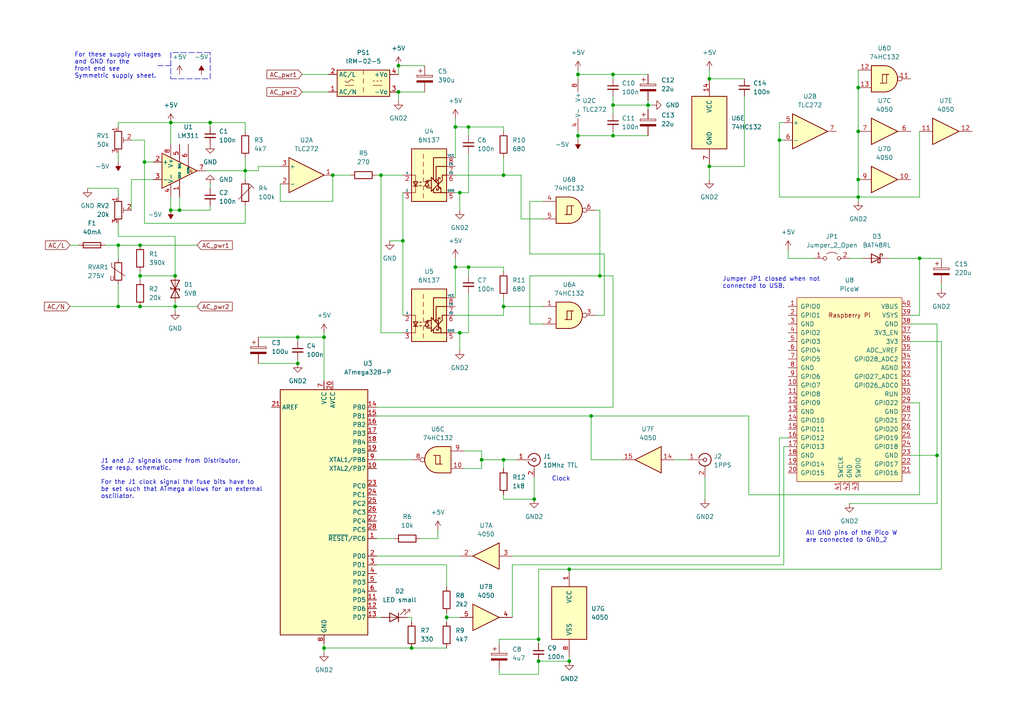
<source format=kicad_sch>
(kicad_sch (version 20211123) (generator eeschema)
  (paper "A4")
  (title_block (title "Counter ATmega 328p v1"))
  (lib_symbols
    (symbol "+5V_1" (power) (pin_names (offset 0)) (in_bom no)
      (property "Value" "+5V_1" (at 0 5.08 0))
      (symbol "+5V_1_1_1"
        (pin power_in line (at 0 0 90) (length 0) hide (name "+5V") (number "1"))
      )
    )
    (symbol "4xxx:4050" (pin_names (offset 1.016))
      (property "Reference" "U" (at 0 1.27 0))
      (property "Value" "4050" (at 0 -1.27 0))
      (symbol "4050_1_0"
        (pin output line (at 7.62 0 180) (length 3.81) (name "~") (number "2"))
        (pin input line (at -7.62 0 0) (length 3.81) (name "~") (number "3"))
      )
      (symbol "4050_2_0"
        (pin output line (at 7.62 0 180) (length 3.81) (name "~") (number "4"))
        (pin input line (at -7.62 0 0) (length 3.81) (name "~") (number "5"))
      )
      (symbol "4050_3_0"
        (pin output line (at 7.62 0 180) (length 3.81) (name "~") (number "6"))
        (pin input line (at -7.62 0 0) (length 3.81) (name "~") (number "7"))
      )
      (symbol "4050_4_0"
        (pin output line (at 7.62 0 180) (length 3.81) (name "~") (number "10"))
        (pin input line (at -7.62 0 0) (length 3.81) (name "~") (number "9"))
      )
      (symbol "4050_5_0"
        (pin input line (at -7.62 0 0) (length 3.81) (name "~") (number "11"))
        (pin output line (at 7.62 0 180) (length 3.81) (name "~") (number "12"))
      )
      (symbol "4050_6_0"
        (pin input line (at -7.62 0 0) (length 3.81) (name "~") (number "14"))
        (pin output line (at 7.62 0 180) (length 3.81) (name "~") (number "15"))
      )
      (symbol "4050_7_0"
        (pin power_in line (at 0 12.7 270) (length 5.08) (name "VCC") (number "1"))
        (pin power_in line (at 0 -12.7 90) (length 5.08) (name "VSS") (number "8"))
      )
    )
    (symbol "74xx:74LS132" (pin_names (offset 1.016))
      (property "Reference" "U" (at 0 1.27 0))
      (property "Value" "74LS132" (at 0 -1.27 0))
      (symbol "74LS132_1_1"
        (pin input line (at -7.62 2.54 0) (length 3.81) (name "~") (number "1"))
        (pin input line (at -7.62 -2.54 0) (length 3.81) (name "~") (number "2"))
        (pin output inverted (at 7.62 0 180) (length 3.81) (name "~") (number "3"))
      )
      (symbol "74LS132_1_2"
        (pin input inverted (at -7.62 2.54 0) (length 4.318) (name "~") (number "1"))
        (pin input inverted (at -7.62 -2.54 0) (length 4.318) (name "~") (number "2"))
        (pin output line (at 7.62 0 180) (length 3.81) (name "~") (number "3"))
      )
      (symbol "74LS132_2_1"
        (pin input line (at -7.62 2.54 0) (length 3.81) (name "~") (number "4"))
        (pin input line (at -7.62 -2.54 0) (length 3.81) (name "~") (number "5"))
        (pin output inverted (at 7.62 0 180) (length 3.81) (name "~") (number "6"))
      )
      (symbol "74LS132_2_2"
        (pin input inverted (at -7.62 2.54 0) (length 4.318) (name "~") (number "4"))
        (pin input inverted (at -7.62 -2.54 0) (length 4.318) (name "~") (number "5"))
        (pin output line (at 7.62 0 180) (length 3.81) (name "~") (number "6"))
      )
      (symbol "74LS132_3_1"
        (pin input line (at -7.62 -2.54 0) (length 3.81) (name "~") (number "10"))
        (pin output inverted (at 7.62 0 180) (length 3.81) (name "~") (number "8"))
        (pin input line (at -7.62 2.54 0) (length 3.81) (name "~") (number "9"))
      )
      (symbol "74LS132_3_2"
        (pin input inverted (at -7.62 -2.54 0) (length 4.318) (name "~") (number "10"))
        (pin output line (at 7.62 0 180) (length 3.81) (name "~") (number "8"))
        (pin input inverted (at -7.62 2.54 0) (length 4.318) (name "~") (number "9"))
      )
      (symbol "74LS132_4_1"
        (pin output inverted (at 7.62 0 180) (length 3.81) (name "~") (number "11"))
        (pin input line (at -7.62 2.54 0) (length 3.81) (name "~") (number "12"))
        (pin input line (at -7.62 -2.54 0) (length 3.81) (name "~") (number "13"))
      )
      (symbol "74LS132_4_2"
        (pin output line (at 7.62 0 180) (length 3.81) (name "~") (number "11"))
        (pin input inverted (at -7.62 2.54 0) (length 4.318) (name "~") (number "12"))
        (pin input inverted (at -7.62 -2.54 0) (length 4.318) (name "~") (number "13"))
      )
      (symbol "74LS132_5_0"
        (pin power_in line (at 0 12.7 270) (length 5.08) (name "VCC") (number "14"))
        (pin power_in line (at 0 -12.7 90) (length 5.08) (name "GND") (number "7"))
      )
    )
    (symbol "Amplifier_Operational:TLC272" (pin_names (offset 0.127))
      (property "Reference" "U" (at 0 5.08 0))
      (property "Value" "TLC272" (at 0 -5.08 0))
      (symbol "TLC272_1_1"
        (pin output line (at 7.62 0 180) (length 2.54) (name "~") (number "1"))
        (pin input line (at -7.62 -2.54 0) (length 2.54) (name "-") (number "2"))
        (pin input line (at -7.62 2.54 0) (length 2.54) (name "+") (number "3"))
      )
      (symbol "TLC272_2_1"
        (pin input line (at -7.62 2.54 0) (length 2.54) (name "+") (number "5"))
        (pin input line (at -7.62 -2.54 0) (length 2.54) (name "-") (number "6"))
        (pin output line (at 7.62 0 180) (length 2.54) (name "~") (number "7"))
      )
      (symbol "TLC272_3_1"
        (pin power_in line (at -2.54 -7.62 90) (length 3.81) (name "V-") (number "4"))
        (pin power_in line (at -2.54 7.62 270) (length 3.81) (name "V+") (number "8"))
      )
    )
    (symbol "Comparator:LM311" (pin_names (offset 0.127))
      (property "Reference" "U" (at 3.81 6.35 0))
      (property "Value" "LM311" (at 3.81 3.81 0))
      (symbol "LM311_1_1"
        (pin passive line (at 0 -7.62 90) (length 5.08) (name "GND") (number "1"))
        (pin input line (at -7.62 2.54 0) (length 2.54) (name "+") (number "2"))
        (pin input line (at -7.62 -2.54 0) (length 2.54) (name "-") (number "3"))
        (pin power_in line (at -2.54 -7.62 90) (length 3.81) (name "V-") (number "4"))
        (pin input line (at 0 7.62 270) (length 5.08) (name "BAL") (number "5"))
        (pin input line (at 2.54 7.62 270) (length 6.35) (name "STRB") (number "6"))
        (pin open_collector line (at 7.62 0 180) (length 2.54) (name "~") (number "7"))
        (pin power_in line (at -2.54 7.62 270) (length 3.81) (name "V+") (number "8"))
      )
    )
    (symbol "Connector:Conn_Coaxial" (pin_names (offset 1.016) hide)
      (property "Reference" "J" (at 0.254 3.048 0))
      (property "Value" "Conn_Coaxial" (at 2.921 0 90))
      (symbol "Conn_Coaxial_1_1"
        (pin passive line (at -5.08 0 0) (length 2.54) (name "In") (number "1"))
        (pin passive line (at 0 -5.08 90) (length 2.54) (name "Ext") (number "2"))
      )
    )
    (symbol "Converter_ACDC:IRM-02-5"
      (property "Reference" "PS" (at 0 5.08 0))
      (property "Value" "IRM-02-5" (at 0 -5.08 0))
      (symbol "IRM-02-5_1_1"
        (pin power_in line (at -10.16 -2.54 0) (length 2.54) (name "AC/N") (number "1"))
        (pin power_in line (at -10.16 2.54 0) (length 2.54) (name "AC/L") (number "2"))
        (pin power_out line (at 10.16 -2.54 180) (length 2.54) (name "-Vo") (number "3"))
        (pin power_out line (at 10.16 2.54 180) (length 2.54) (name "+Vo") (number "4"))
      )
    )
    (symbol "Device:C_Polarized" (pin_numbers hide) (pin_names (offset 0.254))
      (property "Reference" "C" (at 0.635 2.54 0))
      (property "Value" "C_Polarized" (at 0.635 -2.54 0))
      (symbol "C_Polarized_1_1"
        (pin passive line (at 0 3.81 270) (length 2.794) (name "~") (number "1"))
        (pin passive line (at 0 -3.81 90) (length 2.794) (name "~") (number "2"))
      )
    )
    (symbol "Device:C_Small" (pin_numbers hide) (pin_names (offset 0.254) hide)
      (property "Reference" "C" (at 0.254 1.778 0))
      (property "Value" "C_Small" (at 0.254 -2.032 0))
      (symbol "C_Small_1_1"
        (pin passive line (at 0 2.54 270) (length 2.032) (name "~") (number "1"))
        (pin passive line (at 0 -2.54 90) (length 2.032) (name "~") (number "2"))
      )
    )
    (symbol "Device:D_TVS" (pin_numbers hide) (pin_names (offset 1.016) hide)
      (property "Reference" "D" (at 0 2.54 0))
      (property "Value" "D_TVS" (at 0 -2.54 0))
      (symbol "D_TVS_1_1"
        (pin passive line (at -3.81 0 0) (length 2.54) (name "A1") (number "1"))
        (pin passive line (at 3.81 0 180) (length 2.54) (name "A2") (number "2"))
      )
    )
    (symbol "Device:Fuse" (pin_numbers hide) (pin_names (offset 0))
      (property "Reference" "F" (at 2.032 0 90))
      (property "Value" "Fuse" (at -1.905 0 90))
      (symbol "Fuse_1_1"
        (pin passive line (at 0 3.81 270) (length 1.27) (name "~") (number "1"))
        (pin passive line (at 0 -3.81 90) (length 1.27) (name "~") (number "2"))
      )
    )
    (symbol "Device:LED" (pin_numbers hide) (pin_names (offset 1.016) hide)
      (property "Reference" "D" (at 0 2.54 0))
      (property "Value" "LED" (at 0 -2.54 0))
      (symbol "LED_1_1"
        (pin passive line (at -3.81 0 0) (length 2.54) (name "K") (number "1"))
        (pin passive line (at 3.81 0 180) (length 2.54) (name "A") (number "2"))
      )
    )
    (symbol "Device:R" (pin_numbers hide) (pin_names (offset 0))
      (property "Reference" "R" (at 2.032 0 90))
      (property "Value" "R" (at 0 0 90))
      (symbol "R_1_1"
        (pin passive line (at 0 3.81 270) (length 1.27) (name "~") (number "1"))
        (pin passive line (at 0 -3.81 90) (length 1.27) (name "~") (number "2"))
      )
    )
    (symbol "Device:R_Potentiometer_Trim" (pin_names (offset 1.016) hide)
      (property "Reference" "RV" (at -4.445 0 90))
      (property "Value" "R_Potentiometer_Trim" (at -2.54 0 90))
      (symbol "R_Potentiometer_Trim_1_1"
        (pin passive line (at 0 3.81 270) (length 1.27) (name "1") (number "1"))
        (pin passive line (at 3.81 0 180) (length 1.27) (name "2") (number "2"))
        (pin passive line (at 0 -3.81 90) (length 1.27) (name "3") (number "3"))
      )
    )
    (symbol "Device:R_Trim" (pin_numbers hide) (pin_names (offset 0))
      (property "Reference" "R" (at 2.54 -2.54 90))
      (property "Value" "R_Trim" (at -2.54 -0.635 90))
      (symbol "R_Trim_1_1"
        (pin passive line (at 0 3.81 270) (length 1.27) (name "~") (number "1"))
        (pin passive line (at 0 -3.81 90) (length 1.27) (name "~") (number "2"))
      )
    )
    (symbol "Device:Varistor" (pin_numbers hide) (pin_names (offset 0))
      (property "Reference" "RV" (at 3.175 0 90))
      (property "Value" "Varistor" (at -3.175 0 90))
      (symbol "Varistor_0_0"
        (text "U" (at -1.778 -2.032 0) (effects (font (size 1.27 1.27))))
      )
      (symbol "Varistor_1_1"
        (pin passive line (at 0 3.81 270) (length 1.27) (name "~") (number "1"))
        (pin passive line (at 0 -3.81 90) (length 1.27) (name "~") (number "2"))
      )
    )
    (symbol "Diode:BAT48RL" (pin_numbers hide) (pin_names (offset 1.016) hide)
      (property "Reference" "D" (at 0 2.54 0))
      (property "Value" "BAT48RL" (at 0 -2.54 0))
      (symbol "BAT48RL_1_1"
        (pin passive line (at -3.81 0 0) (length 2.54) (name "K") (number "1"))
        (pin passive line (at 3.81 0 180) (length 2.54) (name "A") (number "2"))
      )
    )
    (symbol "Isolator:6N137" (pin_names (offset 0))
      (property "Reference" "U" (at -4.064 8.89 0))
      (property "Value" "6N137" (at 0 -8.89 0))
      (symbol "6N137_1_1"
        (pin no_connect line (at -5.08 5.08 0) (length 2.54) hide (name "NC") (number "1"))
        (pin passive line (at -7.62 0 0) (length 2.54) (name "A") (number "2"))
        (pin passive line (at -7.62 -5.08 0) (length 2.54) (name "C") (number "3"))
        (pin power_in line (at 7.62 -5.08 180) (length 2.54) (name "GND") (number "5"))
        (pin open_collector line (at 7.62 0 180) (length 2.54) (name "VO") (number "6"))
        (pin input line (at 7.62 2.54 180) (length 2.54) (name "EN") (number "7"))
        (pin power_in line (at 7.62 5.08 180) (length 2.54) (name "VCC") (number "8"))
      )
    )
    (symbol "Jumper:Jumper_2_Open" (pin_names (offset 0) hide)
      (property "Reference" "JP" (at 0 2.794 0))
      (property "Value" "Jumper_2_Open" (at 0 -2.286 0))
      (symbol "Jumper_2_Open_1_1"
        (pin passive line (at -5.08 0 0) (length 2.54) (name "A") (number "1"))
        (pin passive line (at 5.08 0 180) (length 2.54) (name "B") (number "2"))
      )
    )
    (symbol "MCU_Microchip_ATmega:ATmega328-P"
      (property "Reference" "U" (at -12.7 36.83 0))
      (property "Value" "ATmega328-P" (at 2.54 -36.83 0))
      (symbol "ATmega328-P_1_1"
        (pin bidirectional line (at 15.24 -7.62 180) (length 2.54) (name "~{RESET}/PC6") (number "1"))
        (pin bidirectional line (at 15.24 12.7 180) (length 2.54) (name "XTAL2/PB7") (number "10"))
        (pin bidirectional line (at 15.24 -25.4 180) (length 2.54) (name "PD5") (number "11"))
        (pin bidirectional line (at 15.24 -27.94 180) (length 2.54) (name "PD6") (number "12"))
        (pin bidirectional line (at 15.24 -30.48 180) (length 2.54) (name "PD7") (number "13"))
        (pin bidirectional line (at 15.24 30.48 180) (length 2.54) (name "PB0") (number "14"))
        (pin bidirectional line (at 15.24 27.94 180) (length 2.54) (name "PB1") (number "15"))
        (pin bidirectional line (at 15.24 25.4 180) (length 2.54) (name "PB2") (number "16"))
        (pin bidirectional line (at 15.24 22.86 180) (length 2.54) (name "PB3") (number "17"))
        (pin bidirectional line (at 15.24 20.32 180) (length 2.54) (name "PB4") (number "18"))
        (pin bidirectional line (at 15.24 17.78 180) (length 2.54) (name "PB5") (number "19"))
        (pin bidirectional line (at 15.24 -12.7 180) (length 2.54) (name "PD0") (number "2"))
        (pin power_in line (at 2.54 38.1 270) (length 2.54) (name "AVCC") (number "20"))
        (pin passive line (at -15.24 30.48 0) (length 2.54) (name "AREF") (number "21"))
        (pin passive line (at 0 -38.1 90) (length 2.54) hide (name "GND") (number "22"))
        (pin bidirectional line (at 15.24 7.62 180) (length 2.54) (name "PC0") (number "23"))
        (pin bidirectional line (at 15.24 5.08 180) (length 2.54) (name "PC1") (number "24"))
        (pin bidirectional line (at 15.24 2.54 180) (length 2.54) (name "PC2") (number "25"))
        (pin bidirectional line (at 15.24 0 180) (length 2.54) (name "PC3") (number "26"))
        (pin bidirectional line (at 15.24 -2.54 180) (length 2.54) (name "PC4") (number "27"))
        (pin bidirectional line (at 15.24 -5.08 180) (length 2.54) (name "PC5") (number "28"))
        (pin bidirectional line (at 15.24 -15.24 180) (length 2.54) (name "PD1") (number "3"))
        (pin bidirectional line (at 15.24 -17.78 180) (length 2.54) (name "PD2") (number "4"))
        (pin bidirectional line (at 15.24 -20.32 180) (length 2.54) (name "PD3") (number "5"))
        (pin bidirectional line (at 15.24 -22.86 180) (length 2.54) (name "PD4") (number "6"))
        (pin power_in line (at 0 38.1 270) (length 2.54) (name "VCC") (number "7"))
        (pin power_in line (at 0 -38.1 90) (length 2.54) (name "GND") (number "8"))
        (pin bidirectional line (at 15.24 15.24 180) (length 2.54) (name "XTAL1/PB6") (number "9"))
      )
    )
    (symbol "RPi_Pico:PicoW" (pin_names (offset 1.016))
      (property "Reference" "U" (at -13.97 27.94 0))
      (property "Value" "PicoW" (at 0 19.05 0))
      (symbol "PicoW_0_0"
        (text "Raspberry Pi" (at 0 21.59 0) (effects (font (size 1.27 1.27))))
      )
      (symbol "PicoW_1_1"
        (pin bidirectional line (at -17.78 24.13 0) (length 2.54) (name "GPIO0") (number "1"))
        (pin bidirectional line (at -17.78 1.27 0) (length 2.54) (name "GPIO7") (number "10"))
        (pin bidirectional line (at -17.78 -1.27 0) (length 2.54) (name "GPIO8") (number "11"))
        (pin bidirectional line (at -17.78 -3.81 0) (length 2.54) (name "GPIO9") (number "12"))
        (pin power_in line (at -17.78 -6.35 0) (length 2.54) (name "GND") (number "13"))
        (pin bidirectional line (at -17.78 -8.89 0) (length 2.54) (name "GPIO10") (number "14"))
        (pin bidirectional line (at -17.78 -11.43 0) (length 2.54) (name "GPIO11") (number "15"))
        (pin bidirectional line (at -17.78 -13.97 0) (length 2.54) (name "GPIO12") (number "16"))
        (pin bidirectional line (at -17.78 -16.51 0) (length 2.54) (name "GPIO13") (number "17"))
        (pin power_in line (at -17.78 -19.05 0) (length 2.54) (name "GND") (number "18"))
        (pin bidirectional line (at -17.78 -21.59 0) (length 2.54) (name "GPIO14") (number "19"))
        (pin bidirectional line (at -17.78 21.59 0) (length 2.54) (name "GPIO1") (number "2"))
        (pin bidirectional line (at -17.78 -24.13 0) (length 2.54) (name "GPIO15") (number "20"))
        (pin bidirectional line (at 17.78 -24.13 180) (length 2.54) (name "GPIO16") (number "21"))
        (pin bidirectional line (at 17.78 -21.59 180) (length 2.54) (name "GPIO17") (number "22"))
        (pin power_in line (at 17.78 -19.05 180) (length 2.54) (name "GND") (number "23"))
        (pin bidirectional line (at 17.78 -16.51 180) (length 2.54) (name "GPIO18") (number "24"))
        (pin bidirectional line (at 17.78 -13.97 180) (length 2.54) (name "GPIO19") (number "25"))
        (pin bidirectional line (at 17.78 -11.43 180) (length 2.54) (name "GPIO20") (number "26"))
        (pin bidirectional line (at 17.78 -8.89 180) (length 2.54) (name "GPIO21") (number "27"))
        (pin power_in line (at 17.78 -6.35 180) (length 2.54) (name "GND") (number "28"))
        (pin bidirectional line (at 17.78 -3.81 180) (length 2.54) (name "GPIO22") (number "29"))
        (pin power_in line (at -17.78 19.05 0) (length 2.54) (name "GND") (number "3"))
        (pin input line (at 17.78 -1.27 180) (length 2.54) (name "RUN") (number "30"))
        (pin bidirectional line (at 17.78 1.27 180) (length 2.54) (name "GPIO26_ADC0") (number "31"))
        (pin bidirectional line (at 17.78 3.81 180) (length 2.54) (name "GPIO27_ADC1") (number "32"))
        (pin power_in line (at 17.78 6.35 180) (length 2.54) (name "AGND") (number "33"))
        (pin bidirectional line (at 17.78 8.89 180) (length 2.54) (name "GPIO28_ADC2") (number "34"))
        (pin unspecified line (at 17.78 11.43 180) (length 2.54) (name "ADC_VREF") (number "35"))
        (pin unspecified line (at 17.78 13.97 180) (length 2.54) (name "3V3") (number "36"))
        (pin input line (at 17.78 16.51 180) (length 2.54) (name "3V3_EN") (number "37"))
        (pin bidirectional line (at 17.78 19.05 180) (length 2.54) (name "GND") (number "38"))
        (pin unspecified line (at 17.78 21.59 180) (length 2.54) (name "VSYS") (number "39"))
        (pin bidirectional line (at -17.78 16.51 0) (length 2.54) (name "GPIO2") (number "4"))
        (pin unspecified line (at 17.78 24.13 180) (length 2.54) (name "VBUS") (number "40"))
        (pin input line (at -2.54 -29.21 90) (length 2.54) (name "SWCLK") (number "41"))
        (pin power_in line (at 0 -29.21 90) (length 2.54) (name "GND") (number "42"))
        (pin bidirectional line (at 2.54 -29.21 90) (length 2.54) (name "SWDIO") (number "43"))
        (pin bidirectional line (at -17.78 13.97 0) (length 2.54) (name "GPIO3") (number "5"))
        (pin bidirectional line (at -17.78 11.43 0) (length 2.54) (name "GPIO4") (number "6"))
        (pin bidirectional line (at -17.78 8.89 0) (length 2.54) (name "GPIO5") (number "7"))
        (pin power_in line (at -17.78 6.35 0) (length 2.54) (name "GND") (number "8"))
        (pin bidirectional line (at -17.78 3.81 0) (length 2.54) (name "GPIO6") (number "9"))
      )
    )
    (symbol "power:+5V" (power) (pin_names (offset 0))
      (property "Value" "+5V" (at 0 3.556 0))
      (symbol "+5V_1_1"
        (pin power_in line (at 0 0 90) (length 0) hide (name "+5V") (number "1"))
      )
    )
    (symbol "power:-5V" (power) (pin_names (offset 0))
      (property "Value" "-5V" (at 0 3.81 0))
      (symbol "-5V_0_0"
        (pin power_in line (at 0 0 90) (length 0) hide (name "-5V") (number "1"))
      )
    )
    (symbol "power:GND" (power) (pin_names (offset 0))
      (property "Value" "GND" (at 0 -3.81 0))
      (symbol "GND_1_1"
        (pin power_in line (at 0 0 270) (length 0) hide (name "GND") (number "1"))
      )
    )
    (symbol "power:GND2" (power) (pin_names (offset 0)) (in_bom no)
      (property "Value" "GND_2" (at 0 -5.08 0))
      (symbol "GND2_1_1"
        (pin power_in line (at 0 0 270) (length 0) hide (name "GND2") (number "1"))
      )
    )
  )
  (junction (at 154.94 144.78))
  (junction (at 167.64 39.37))
  (junction (at 135.89 77.47))
  (junction (at 119.38 187.96))
  (junction (at 52.07 60.96))
  (junction (at 173.99 80.01))
  (junction (at 165.1 165.1))
  (junction (at 129.54 179.07))
  (junction (at 133.35 96.52))
  (junction (at 71.12 49.53))
  (junction (at 226.06 40.64))
  (junction (at 177.8 30.48))
  (junction (at 139.7 133.35))
  (junction (at 248.92 25.4))
  (junction (at 40.64 80.01))
  (junction (at 248.92 52.07))
  (junction (at 96.52 50.8))
  (junction (at 271.78 132.08))
  (junction (at 132.08 36.83))
  (junction (at 146.05 50.8))
  (junction (at 110.49 50.8))
  (junction (at 116.84 69.85))
  (junction (at 41.91 46.99))
  (junction (at 146.05 88.9))
  (junction (at 49.53 35.56))
  (junction (at 115.57 26.67))
  (junction (at 50.8 88.9))
  (junction (at 171.45 120.65))
  (junction (at 93.98 97.79))
  (junction (at 177.8 39.37))
  (junction (at 146.05 133.35))
  (junction (at 187.96 30.48))
  (junction (at 115.57 19.05))
  (junction (at 60.96 35.56))
  (junction (at 86.36 97.79))
  (junction (at 167.64 21.59))
  (junction (at 40.64 88.9))
  (junction (at 34.29 88.9))
  (junction (at 248.92 57.15))
  (junction (at 266.7 74.93))
  (junction (at 135.89 36.83))
  (junction (at 40.64 71.12))
  (junction (at 156.21 191.77))
  (junction (at 205.74 48.26))
  (junction (at 49.53 60.96))
  (junction (at 86.36 105.41))
  (junction (at 205.74 22.86))
  (junction (at 93.98 187.96))
  (junction (at 156.21 185.42))
  (junction (at 248.92 38.1))
  (junction (at 132.08 77.47))
  (junction (at 177.8 21.59))
  (junction (at 165.1 191.77))
  (junction (at 50.8 80.01))
  (junction (at 34.29 71.12))
  (junction (at 133.35 55.88))
  (wire (pts (xy 139.7 133.35) (xy 146.05 133.35)))
  (wire (pts (xy 86.36 99.06) (xy 86.36 97.79)))
  (wire (pts (xy 165.1 165.1) (xy 156.21 165.1)))
  (wire (pts (xy 133.35 55.88) (xy 135.89 55.88)))
  (wire (pts (xy 110.49 96.52) (xy 116.84 96.52)))
  (wire (pts (xy 167.64 20.32) (xy 167.64 21.59)))
  (wire (pts (xy 132.08 34.29) (xy 132.08 36.83)))
  (wire (pts (xy 173.99 80.01) (xy 177.8 80.01)))
  (wire (pts (xy 266.7 74.93) (xy 266.7 91.44)))
  (wire (pts (xy 41.91 40.64) (xy 41.91 46.99)))
  (wire (pts (xy 86.36 104.14) (xy 86.36 105.41)))
  (wire (pts (xy 50.8 87.63) (xy 50.8 88.9)))
  (wire (pts (xy 119.38 187.96) (xy 129.54 187.96)))
  (wire (pts (xy 34.29 54.61) (xy 25.4 54.61)))
  (wire (pts (xy 134.62 135.89) (xy 139.7 135.89)))
  (wire (pts (xy 217.17 143.51) (xy 266.7 143.51)))
  (wire (pts (xy 38.1 40.64) (xy 41.91 40.64)))
  (wire (pts (xy 133.35 96.52) (xy 135.89 96.52)))
  (wire (pts (xy 38.1 60.96) (xy 38.1 52.07)))
  (wire (pts (xy 146.05 38.1) (xy 146.05 36.83)))
  (wire (pts (xy 227.33 35.56) (xy 226.06 35.56)))
  (wire (pts (xy 129.54 163.83) (xy 129.54 170.18)))
  (wire (pts (xy 50.8 68.58) (xy 34.29 68.58)))
  (wire (pts (xy 264.16 93.98) (xy 271.78 93.98)))
  (wire (pts (xy 144.78 186.69) (xy 144.78 185.42)))
  (wire (pts (xy 148.59 179.07) (xy 148.59 163.83)))
  (wire (pts (xy 248.92 20.32) (xy 248.92 25.4)))
  (wire (pts (xy 127 156.21) (xy 121.92 156.21)))
  (wire (pts (xy 217.17 120.65) (xy 217.17 143.51)))
  (wire (pts (xy 135.89 36.83) (xy 135.89 39.37)))
  (wire (pts (xy 246.38 74.93) (xy 250.19 74.93)))
  (wire (pts (xy 52.07 60.96) (xy 60.96 60.96)))
  (polyline (pts (xy 45.72 19.05) (xy 49.53 19.05)))
  (wire (pts (xy 71.12 59.69) (xy 71.12 64.77)))
  (wire (pts (xy 248.92 57.15) (xy 248.92 58.42)))
  (wire (pts (xy 129.54 179.07) (xy 129.54 180.34)))
  (wire (pts (xy 34.29 88.9) (xy 34.29 82.55)))
  (wire (pts (xy 50.8 88.9) (xy 50.8 90.17)))
  (wire (pts (xy 248.92 57.15) (xy 266.7 57.15)))
  (wire (pts (xy 74.93 48.26) (xy 74.93 49.53)))
  (wire (pts (xy 165.1 190.5) (xy 165.1 191.77)))
  (wire (pts (xy 60.96 35.56) (xy 71.12 35.56)))
  (wire (pts (xy 96.52 50.8) (xy 101.6 50.8)))
  (wire (pts (xy 173.99 60.96) (xy 173.99 80.01)))
  (wire (pts (xy 34.29 71.12) (xy 34.29 74.93)))
  (wire (pts (xy 71.12 49.53) (xy 71.12 52.07)))
  (wire (pts (xy 30.48 71.12) (xy 34.29 71.12)))
  (wire (pts (xy 38.1 52.07) (xy 44.45 52.07)))
  (wire (pts (xy 146.05 133.35) (xy 146.05 135.89)))
  (wire (pts (xy 87.63 21.59) (xy 95.25 21.59)))
  (wire (pts (xy 134.62 130.81) (xy 139.7 130.81)))
  (polyline (pts (xy 49.53 15.24) (xy 49.53 19.05)))
  (wire (pts (xy 146.05 88.9) (xy 146.05 91.44)))
  (wire (pts (xy 248.92 38.1) (xy 248.92 52.07)))
  (wire (pts (xy 266.7 116.84) (xy 264.16 116.84)))
  (wire (pts (xy 156.21 191.77) (xy 156.21 195.58)))
  (wire (pts (xy 116.84 69.85) (xy 116.84 91.44)))
  (wire (pts (xy 49.53 60.96) (xy 52.07 60.96)))
  (wire (pts (xy 257.81 74.93) (xy 266.7 74.93)))
  (wire (pts (xy 205.74 22.86) (xy 215.9 22.86)))
  (wire (pts (xy 41.91 46.99) (xy 44.45 46.99)))
  (wire (pts (xy 156.21 191.77) (xy 165.1 191.77)))
  (wire (pts (xy 40.64 88.9) (xy 50.8 88.9)))
  (wire (pts (xy 40.64 78.74) (xy 40.64 80.01)))
  (wire (pts (xy 177.8 38.1) (xy 177.8 39.37)))
  (polyline (pts (xy 49.53 15.24) (xy 49.53 22.86)))
  (wire (pts (xy 226.06 161.29) (xy 226.06 127)))
  (wire (pts (xy 177.8 30.48) (xy 177.8 33.02)))
  (wire (pts (xy 49.53 35.56) (xy 60.96 35.56)))
  (wire (pts (xy 148.59 161.29) (xy 226.06 161.29)))
  (wire (pts (xy 81.28 58.42) (xy 81.28 53.34)))
  (wire (pts (xy 129.54 177.8) (xy 129.54 179.07)))
  (wire (pts (xy 144.78 185.42) (xy 156.21 185.42)))
  (wire (pts (xy 109.22 120.65) (xy 171.45 120.65)))
  (wire (pts (xy 153.67 93.98) (xy 157.48 93.98)))
  (wire (pts (xy 129.54 179.07) (xy 133.35 179.07)))
  (wire (pts (xy 109.22 156.21) (xy 114.3 156.21)))
  (wire (pts (xy 60.96 53.34) (xy 60.96 54.61)))
  (polyline (pts (xy 60.96 15.24) (xy 49.53 15.24)))
  (wire (pts (xy 34.29 44.45) (xy 34.29 46.99)))
  (wire (pts (xy 115.57 26.67) (xy 123.19 26.67)))
  (wire (pts (xy 153.67 73.66) (xy 153.67 58.42)))
  (wire (pts (xy 226.06 35.56) (xy 226.06 40.64)))
  (wire (pts (xy 228.6 74.93) (xy 236.22 74.93)))
  (wire (pts (xy 227.33 163.83) (xy 227.33 129.54)))
  (wire (pts (xy 109.22 161.29) (xy 133.35 161.29)))
  (wire (pts (xy 135.89 44.45) (xy 135.89 55.88)))
  (wire (pts (xy 167.64 39.37) (xy 177.8 39.37)))
  (wire (pts (xy 132.08 96.52) (xy 133.35 96.52)))
  (wire (pts (xy 146.05 144.78) (xy 154.94 144.78)))
  (wire (pts (xy 132.08 74.93) (xy 132.08 77.47)))
  (wire (pts (xy 132.08 55.88) (xy 133.35 55.88)))
  (wire (pts (xy 264.16 132.08) (xy 271.78 132.08)))
  (wire (pts (xy 173.99 80.01) (xy 153.67 80.01)))
  (wire (pts (xy 226.06 127) (xy 228.6 127)))
  (wire (pts (xy 132.08 77.47) (xy 132.08 86.36)))
  (wire (pts (xy 271.78 93.98) (xy 271.78 132.08)))
  (wire (pts (xy 146.05 86.36) (xy 146.05 88.9)))
  (wire (pts (xy 167.64 21.59) (xy 167.64 22.86)))
  (wire (pts (xy 226.06 40.64) (xy 227.33 40.64)))
  (wire (pts (xy 132.08 36.83) (xy 135.89 36.83)))
  (wire (pts (xy 205.74 48.26) (xy 215.9 48.26)))
  (wire (pts (xy 171.45 120.65) (xy 171.45 133.35)))
  (wire (pts (xy 133.35 55.88) (xy 133.35 60.96)))
  (wire (pts (xy 139.7 130.81) (xy 139.7 133.35)))
  (wire (pts (xy 151.13 50.8) (xy 151.13 63.5)))
  (wire (pts (xy 228.6 72.39) (xy 228.6 74.93)))
  (wire (pts (xy 177.8 80.01) (xy 177.8 118.11)))
  (wire (pts (xy 227.33 129.54) (xy 228.6 129.54)))
  (wire (pts (xy 135.89 77.47) (xy 146.05 77.47)))
  (wire (pts (xy 20.32 71.12) (xy 22.86 71.12)))
  (wire (pts (xy 96.52 58.42) (xy 81.28 58.42)))
  (wire (pts (xy 177.8 27.94) (xy 177.8 30.48)))
  (wire (pts (xy 154.94 138.43) (xy 154.94 144.78)))
  (wire (pts (xy 132.08 36.83) (xy 132.08 45.72)))
  (wire (pts (xy 205.74 20.32) (xy 205.74 22.86)))
  (wire (pts (xy 144.78 194.31) (xy 144.78 195.58)))
  (wire (pts (xy 110.49 50.8) (xy 116.84 50.8)))
  (wire (pts (xy 34.29 71.12) (xy 40.64 71.12)))
  (wire (pts (xy 40.64 71.12) (xy 57.15 71.12)))
  (wire (pts (xy 172.72 60.96) (xy 173.99 60.96)))
  (wire (pts (xy 34.29 68.58) (xy 34.29 64.77)))
  (wire (pts (xy 50.8 88.9) (xy 57.15 88.9)))
  (wire (pts (xy 266.7 38.1) (xy 266.7 57.15)))
  (wire (pts (xy 74.93 105.41) (xy 86.36 105.41)))
  (wire (pts (xy 215.9 27.94) (xy 215.9 48.26)))
  (wire (pts (xy 146.05 45.72) (xy 146.05 50.8)))
  (wire (pts (xy 20.32 88.9) (xy 34.29 88.9)))
  (wire (pts (xy 156.21 165.1) (xy 156.21 185.42)))
  (wire (pts (xy 273.05 82.55) (xy 273.05 83.82)))
  (wire (pts (xy 195.58 133.35) (xy 199.39 133.35)))
  (wire (pts (xy 226.06 40.64) (xy 226.06 57.15)))
  (wire (pts (xy 187.96 30.48) (xy 189.23 30.48)))
  (wire (pts (xy 115.57 19.05) (xy 123.19 19.05)))
  (wire (pts (xy 151.13 63.5) (xy 157.48 63.5)))
  (wire (pts (xy 40.64 88.9) (xy 34.29 88.9)))
  (wire (pts (xy 175.26 91.44) (xy 175.26 73.66)))
  (wire (pts (xy 273.05 99.06) (xy 273.05 165.1)))
  (wire (pts (xy 156.21 185.42) (xy 156.21 186.69)))
  (wire (pts (xy 177.8 21.59) (xy 187.96 21.59)))
  (wire (pts (xy 248.92 25.4) (xy 248.92 38.1)))
  (wire (pts (xy 93.98 97.79) (xy 93.98 110.49)))
  (wire (pts (xy 109.22 50.8) (xy 110.49 50.8)))
  (wire (pts (xy 119.38 179.07) (xy 119.38 180.34)))
  (wire (pts (xy 93.98 96.52) (xy 93.98 97.79)))
  (wire (pts (xy 113.03 69.85) (xy 116.84 69.85)))
  (wire (pts (xy 109.22 133.35) (xy 119.38 133.35)))
  (wire (pts (xy 93.98 186.69) (xy 93.98 187.96)))
  (wire (pts (xy 167.64 21.59) (xy 177.8 21.59)))
  (wire (pts (xy 71.12 35.56) (xy 71.12 38.1)))
  (wire (pts (xy 115.57 19.05) (xy 115.57 21.59)))
  (wire (pts (xy 74.93 48.26) (xy 81.28 48.26)))
  (wire (pts (xy 133.35 96.52) (xy 133.35 101.6)))
  (wire (pts (xy 146.05 88.9) (xy 157.48 88.9)))
  (wire (pts (xy 93.98 187.96) (xy 93.98 189.23)))
  (wire (pts (xy 135.89 36.83) (xy 146.05 36.83)))
  (wire (pts (xy 96.52 50.8) (xy 96.52 58.42)))
  (wire (pts (xy 167.64 39.37) (xy 167.64 40.64)))
  (wire (pts (xy 109.22 179.07) (xy 110.49 179.07)))
  (wire (pts (xy 60.96 36.83) (xy 60.96 35.56)))
  (wire (pts (xy 148.59 163.83) (xy 227.33 163.83)))
  (wire (pts (xy 135.89 77.47) (xy 135.89 80.01)))
  (wire (pts (xy 153.67 58.42) (xy 157.48 58.42)))
  (wire (pts (xy 71.12 45.72) (xy 71.12 49.53)))
  (wire (pts (xy 144.78 195.58) (xy 156.21 195.58)))
  (wire (pts (xy 110.49 50.8) (xy 110.49 96.52)))
  (wire (pts (xy 74.93 97.79) (xy 86.36 97.79)))
  (wire (pts (xy 177.8 30.48) (xy 187.96 30.48)))
  (wire (pts (xy 132.08 91.44) (xy 146.05 91.44)))
  (wire (pts (xy 177.8 22.86) (xy 177.8 21.59)))
  (wire (pts (xy 49.53 35.56) (xy 49.53 41.91)))
  (wire (pts (xy 115.57 26.67) (xy 115.57 29.21)))
  (wire (pts (xy 116.84 55.88) (xy 116.84 69.85)))
  (wire (pts (xy 132.08 50.8) (xy 146.05 50.8)))
  (wire (pts (xy 271.78 132.08) (xy 271.78 146.05)))
  (wire (pts (xy 264.16 91.44) (xy 266.7 91.44)))
  (wire (pts (xy 205.74 48.26) (xy 205.74 52.07)))
  (wire (pts (xy 175.26 73.66) (xy 153.67 73.66)))
  (wire (pts (xy 86.36 97.79) (xy 93.98 97.79)))
  (wire (pts (xy 246.38 146.05) (xy 271.78 146.05)))
  (wire (pts (xy 146.05 50.8) (xy 151.13 50.8)))
  (wire (pts (xy 172.72 91.44) (xy 175.26 91.44)))
  (wire (pts (xy 266.7 143.51) (xy 266.7 116.84)))
  (wire (pts (xy 87.63 26.67) (xy 95.25 26.67)))
  (wire (pts (xy 109.22 163.83) (xy 129.54 163.83)))
  (wire (pts (xy 71.12 49.53) (xy 74.93 49.53)))
  (wire (pts (xy 167.64 38.1) (xy 167.64 39.37)))
  (wire (pts (xy 153.67 80.01) (xy 153.67 93.98)))
  (polyline (pts (xy 60.96 22.86) (xy 60.96 15.24)))
  (wire (pts (xy 50.8 80.01) (xy 50.8 68.58)))
  (wire (pts (xy 171.45 120.65) (xy 217.17 120.65)))
  (wire (pts (xy 187.96 30.48) (xy 187.96 31.75)))
  (wire (pts (xy 34.29 35.56) (xy 49.53 35.56)))
  (wire (pts (xy 60.96 60.96) (xy 60.96 59.69)))
  (wire (pts (xy 146.05 133.35) (xy 149.86 133.35)))
  (wire (pts (xy 177.8 118.11) (xy 109.22 118.11)))
  (wire (pts (xy 59.69 49.53) (xy 71.12 49.53)))
  (wire (pts (xy 171.45 133.35) (xy 180.34 133.35)))
  (wire (pts (xy 135.89 85.09) (xy 135.89 96.52)))
  (wire (pts (xy 118.11 179.07) (xy 119.38 179.07)))
  (wire (pts (xy 49.53 57.15) (xy 49.53 60.96)))
  (wire (pts (xy 127 153.67) (xy 127 156.21)))
  (wire (pts (xy 248.92 52.07) (xy 248.92 57.15)))
  (wire (pts (xy 132.08 77.47) (xy 135.89 77.47)))
  (wire (pts (xy 177.8 39.37) (xy 187.96 39.37)))
  (wire (pts (xy 187.96 29.21) (xy 187.96 30.48)))
  (wire (pts (xy 266.7 74.93) (xy 273.05 74.93)))
  (wire (pts (xy 40.64 80.01) (xy 50.8 80.01)))
  (wire (pts (xy 204.47 138.43) (xy 204.47 144.78)))
  (wire (pts (xy 40.64 80.01) (xy 40.64 81.28)))
  (wire (pts (xy 146.05 78.74) (xy 146.05 77.47)))
  (wire (pts (xy 41.91 46.99) (xy 41.91 64.77)))
  (wire (pts (xy 34.29 57.15) (xy 34.29 54.61)))
  (wire (pts (xy 34.29 35.56) (xy 34.29 36.83)))
  (wire (pts (xy 52.07 57.15) (xy 52.07 60.96)))
  (wire (pts (xy 146.05 143.51) (xy 146.05 144.78)))
  (wire (pts (xy 226.06 57.15) (xy 248.92 57.15)))
  (wire (pts (xy 41.91 64.77) (xy 71.12 64.77)))
  (wire (pts (xy 93.98 187.96) (xy 119.38 187.96)))
  (wire (pts (xy 273.05 165.1) (xy 165.1 165.1)))
  (polyline (pts (xy 49.53 22.86) (xy 60.96 22.86)))
  (wire (pts (xy 139.7 133.35) (xy 139.7 135.89)))
  (wire (pts (xy 264.16 99.06) (xy 273.05 99.06)))
  (text "For these supply voltages\nand GND for the\nfront end see\nSymmetric supply sheet." (at 21.59 22.86 0) (effects (font (size 1.27 1.27)) (justify left bottom)))
  (text "J1 and J2 signals come from Distributor.\nSee resp. schematic.\n\nFor the J1 clock signal the fuse bits have to\nbe set such that ATmega allows for an external\noscillator." (at 29.21 144.78 0) (effects (font (size 1.27 1.27)) (justify left bottom)))
  (text "Clock" (at 160.02 139.7 0) (effects (font (size 1.27 1.27)) (justify left bottom)))
  (text "Jumper JP1 closed when not \nconnected to USB." (at 209.55 83.82 0) (effects (font (size 1.27 1.27)) (justify left bottom)))
  (text "All GND pins of the Pico W\nare connected to GND_2" (at 233.68 157.48 0) (effects (font (size 1.27 1.27)) (justify left bottom)))
  (global_label "AC{slash}N" (shape input) (at 20.32 88.9 180) (property "Intersheet References" "${INTERSHEET_REFS}" (effects hide)))
  (global_label "AC_pwr2" (shape input) (at 87.63 26.67 180) (property "Intersheet References" "${INTERSHEET_REFS}" (effects hide)))
  (global_label "AC_pwr2" (shape input) (at 57.15 88.9 0) (property "Intersheet References" "${INTERSHEET_REFS}" (effects hide)))
  (global_label "AC_pwr1" (shape input) (at 87.63 21.59 180) (property "Intersheet References" "${INTERSHEET_REFS}" (effects hide)))
  (global_label "AC_pwr1" (shape input) (at 57.15 71.12 0) (property "Intersheet References" "${INTERSHEET_REFS}" (effects hide)))
  (global_label "AC{slash}L" (shape input) (at 20.32 71.12 180) (property "Intersheet References" "${INTERSHEET_REFS}" (effects hide)))
  (symbol (lib_id "Device:R") (at 129.54 184.15 180) (unit 1)
    (property "Reference" "R9" (at 132.08 182.8799 0) (effects (justify right)))
    (property "Value" "4k7" (at 132.08 185.4199 0) (effects (justify right)))
  )
  (symbol (lib_id "Device:R") (at 71.12 41.91 180) (unit 1)
    (property "Reference" "R3" (at 73.66 40.6399 0) (effects (justify right)))
    (property "Value" "4k7" (at 73.66 43.1799 0) (effects (justify right)))
  )
  (symbol (lib_id "power:GND") (at 60.96 41.91 0) (unit 1)
    (property "Reference" "#PWR08" (effects hide))
    (property "Value" "GND" (at 60.96 46.99 0))
  )
  (symbol (lib_id "Device:R") (at 146.05 82.55 180) (unit 1)
    (property "Reference" "R11" (at 148.59 81.2799 0) (effects (justify right)))
    (property "Value" "680" (at 148.59 83.8199 0) (effects (justify right)))
  )
  (symbol (lib_id "4xxx:4050") (at 140.97 179.07 0) (unit 2)
    (property "Reference" "U7" (at 140.97 170.18 0))
    (property "Value" "4050" (at 140.97 172.72 0))
    (property "Datasheet" "http://www.intersil.com/content/dam/intersil/documents/cd40/cd4050bms.pdf" (effects hide))
  )
  (symbol (lib_id "power:GND2") (at 246.38 146.05 0) (unit 1)
    (property "Reference" "#PWR_017" (effects hide))
    (property "Value" "GND_2" (at 246.38 151.13 0))
  )
  (symbol (lib_id "Device:C_Polarized") (at 123.19 22.86 0) (unit 1)
    (property "Reference" "C5" (at 127 20.7009 0) (effects (justify left)))
    (property "Value" "390u" (at 127 23.2409 0) (effects (justify left)))
  )
  (symbol (lib_id "Isolator:6N137") (at 124.46 50.8 0) (unit 1)
    (property "Reference" "U4" (at 124.46 38.1 0))
    (property "Value" "6N137" (at 124.46 40.64 0))
    (property "Footprint" "Package_DIP:DIP-8_W7.62mm" (effects hide))
    (property "Datasheet" "https://docs.broadcom.com/docs/AV02-0940EN" (effects hide))
  )
  (symbol (lib_id "power:GND2") (at 115.57 29.21 0) (unit 1)
    (property "Reference" "#PWR_05" (effects hide))
    (property "Value" "GND_2" (at 115.57 34.29 0))
  )
  (symbol (lib_id "Device:C_Small") (at 215.9 25.4 0) (unit 1)
    (property "Reference" "C14" (at 218.44 24.1362 0) (effects (justify left)))
    (property "Value" "100n" (at 218.44 26.6762 0) (effects (justify left)))
  )
  (symbol (lib_id "Device:C_Small") (at 135.89 41.91 0) (unit 1)
    (property "Reference" "C6" (at 138.43 40.6462 0) (effects (justify left)))
    (property "Value" "100n" (at 138.43 43.1862 0) (effects (justify left)))
  )
  (symbol (lib_id "74xx:74LS132") (at 127 133.35 0) (mirror y) (unit 3)
    (property "Reference" "U6" (at 127 124.46 0))
    (property "Value" "74HC132" (at 127 127 0))
    (property "Datasheet" "http://www.ti.com/lit/gpn/sn74LS132" (effects hide))
  )
  (symbol (lib_id "power:GND2") (at 204.47 144.78 0) (unit 1)
    (property "Reference" "#PWR_013" (effects hide))
    (property "Value" "GND_2" (at 204.47 149.86 0))
  )
  (symbol (lib_id "4xxx:4050") (at 140.97 161.29 0) (mirror y) (unit 1)
    (property "Reference" "U7" (at 140.97 152.4 0))
    (property "Value" "4050" (at 140.97 154.94 0))
    (property "Datasheet" "http://www.intersil.com/content/dam/intersil/documents/cd40/cd4050bms.pdf" (effects hide))
  )
  (symbol (lib_id "Device:Varistor") (at 34.29 78.74 0) (unit 1)
    (property "Reference" "RVAR1" (at 25.4 77.47 0) (effects (justify left)))
    (property "Value" "275V" (at 25.4 80.01 0) (effects (justify left)))
  )
  (symbol (lib_id "power:GND") (at 50.8 90.17 0) (unit 1)
    (property "Reference" "#PWR05" (effects hide))
    (property "Value" "GND" (at 50.8 95.25 0))
  )
  (symbol (lib_id "Device:R") (at 40.64 85.09 180) (unit 1)
    (property "Reference" "R2" (at 43.18 83.8199 0) (effects (justify right)))
    (property "Value" "20k" (at 43.18 86.3599 0) (effects (justify right)))
  )
  (symbol (lib_id "power:GND") (at 113.03 69.85 0) (unit 1)
    (property "Reference" "#PWR010" (effects hide))
    (property "Value" "GND" (at 113.03 74.93 0))
  )
  (symbol (lib_id "Device:C_Small") (at 60.96 39.37 0) (unit 1)
    (property "Reference" "C1" (at 63.5 38.1062 0) (effects (justify left)))
    (property "Value" "100n" (at 63.5 40.6462 0) (effects (justify left)))
  )
  (symbol (lib_id "power:GND2") (at 165.1 191.77 0) (unit 1)
    (property "Reference" "#PWR_012" (effects hide))
    (property "Value" "GND_2" (at 165.1 196.85 0))
  )
  (symbol (lib_id "Jumper:Jumper_2_Open") (at 241.3 74.93 0) (unit 1)
    (property "Reference" "JP1" (at 241.3 68.58 0))
    (property "Value" "Jumper_2_Open" (at 241.3 71.12 0))
  )
  (symbol (lib_id "Device:C_Polarized") (at 187.96 35.56 0) (unit 1)
    (property "Reference" "C13" (at 191.77 33.4009 0) (effects (justify left)))
    (property "Value" "22u" (at 191.77 35.9409 0) (effects (justify left)))
  )
  (symbol (lib_id "Amplifier_Operational:TLC272") (at 88.9 50.8 0) (unit 1)
    (property "Reference" "U2" (at 88.9 40.64 0))
    (property "Value" "TLC272" (at 88.9 43.18 0))
    (property "Datasheet" "http://www.ti.com/lit/ds/symlink/tlc272.pdf" (effects hide))
  )
  (symbol (lib_id "power:GND2") (at 273.05 83.82 0) (unit 1)
    (property "Reference" "#PWR_019" (effects hide))
    (property "Value" "GND_2" (at 273.05 88.9 0))
  )
  (symbol (lib_id "power:GND2") (at 133.35 101.6 0) (unit 1)
    (property "Reference" "#PWR_010" (effects hide))
    (property "Value" "GND_2" (at 133.35 106.68 0))
  )
  (symbol (lib_id "Device:C_Polarized") (at 273.05 78.74 0) (unit 1)
    (property "Reference" "C15" (at 276.86 76.5809 0) (effects (justify left)))
    (property "Value" "220u" (at 276.86 79.1209 0) (effects (justify left)))
  )
  (symbol (lib_id "Device:C_Small") (at 135.89 82.55 0) (unit 1)
    (property "Reference" "C7" (at 138.43 81.2862 0) (effects (justify left)))
    (property "Value" "100n" (at 138.43 83.8262 0) (effects (justify left)))
  )
  (symbol (lib_id "Device:R") (at 105.41 50.8 270) (unit 1)
    (property "Reference" "R5" (at 105.41 44.45 90))
    (property "Value" "270" (at 105.41 46.99 90))
  )
  (symbol (lib_id "power:GND2") (at 133.35 60.96 0) (unit 1)
    (property "Reference" "#PWR_09" (effects hide))
    (property "Value" "GND_2" (at 133.35 66.04 0))
  )
  (symbol (lib_id "Device:C_Small") (at 60.96 57.15 0) (unit 1)
    (property "Reference" "C2" (at 63.5 55.8862 0) (effects (justify left)))
    (property "Value" "100n" (at 63.5 58.4262 0) (effects (justify left)))
  )
  (symbol (lib_id "power:-5V") (at 167.64 40.64 0) (mirror x) (unit 1)
    (property "Reference" "#PWR012" (effects hide))
    (property "Value" "-5V" (at 165.1 41.9099 0) (effects (justify right)))
  )
  (symbol (lib_id "Comparator:LM311") (at 52.07 49.53 0) (unit 1)
    (property "Reference" "U1" (at 54.61 36.83 0))
    (property "Value" "LM311" (at 54.61 39.37 0))
    (property "Datasheet" "https://www.st.com/resource/en/datasheet/lm311.pdf" (effects hide))
  )
  (symbol (lib_id "power:GND") (at 25.4 54.61 0) (unit 1)
    (property "Reference" "#PWR01" (effects hide))
    (property "Value" "GND" (at 25.4 59.69 0))
  )
  (symbol (lib_id "Diode:BAT48RL") (at 254 74.93 0) (mirror y) (unit 1)
    (property "Reference" "D3" (at 254.3175 68.58 0))
    (property "Value" "BAT48RL" (at 254.3175 71.12 0))
    (property "Footprint" "Diode_THT:D_DO-35_SOD27_P7.62mm_Horizontal" (effects hide))
    (property "Datasheet" "www.st.com/resource/en/datasheet/bat48.pdf" (effects hide))
  )
  (symbol (lib_id "Device:Fuse") (at 26.67 71.12 90) (unit 1)
    (property "Reference" "F1" (at 26.67 64.77 90))
    (property "Value" "40mA" (at 26.67 67.31 90))
  )
  (symbol (lib_id "Device:R") (at 40.64 74.93 180) (unit 1)
    (property "Reference" "R1" (at 43.18 73.6599 0) (effects (justify right)))
    (property "Value" "390k" (at 43.18 76.1999 0) (effects (justify right)))
  )
  (symbol (lib_id "4xxx:4050") (at 256.54 38.1 0) (unit 3)
    (property "Reference" "U7" (at 256.54 29.21 0))
    (property "Value" "4050" (at 256.54 31.75 0))
    (property "Datasheet" "http://www.intersil.com/content/dam/intersil/documents/cd40/cd4050bms.pdf" (effects hide))
  )
  (symbol (lib_id "Device:C_Polarized") (at 74.93 101.6 0) (unit 1)
    (property "Reference" "C3" (at 78.74 99.4409 0) (effects (justify left)))
    (property "Value" "100u" (at 78.74 101.9809 0) (effects (justify left)))
  )
  (symbol (lib_name "+5V_1") (lib_id "power:+5V") (at 205.74 20.32 0) (unit 1)
    (property "Reference" "#PWR_014" (effects hide))
    (property "Value" "+5V_2" (at 205.74 15.24 0))
  )
  (symbol (lib_id "power:GND2") (at 248.92 58.42 0) (unit 1)
    (property "Reference" "#PWR_018" (effects hide))
    (property "Value" "GND_2" (at 248.92 63.5 0))
  )
  (symbol (lib_id "RPi_Pico:PicoW") (at 246.38 113.03 0) (unit 1)
    (property "Reference" "U8" (at 246.38 81.28 0))
    (property "Value" "PicoW" (at 246.38 83.82 0))
    (property "Footprint" "RPi_PicoW:RPi_Pico_SMD_TH" (effects hide))
  )
  (symbol (lib_id "4xxx:4050") (at 256.54 52.07 0) (unit 4)
    (property "Reference" "U7" (at 256.54 43.18 0))
    (property "Value" "4050" (at 256.54 45.72 0))
    (property "Datasheet" "http://www.intersil.com/content/dam/intersil/documents/cd40/cd4050bms.pdf" (effects hide))
  )
  (symbol (lib_id "4xxx:4050") (at 165.1 177.8 0) (unit 7)
    (property "Reference" "U7" (at 171.45 176.5299 0) (effects (justify left)))
    (property "Value" "4050" (at 171.45 179.0699 0) (effects (justify left)))
    (property "Datasheet" "http://www.intersil.com/content/dam/intersil/documents/cd40/cd4050bms.pdf" (effects hide))
  )
  (symbol (lib_id "74xx:74LS132") (at 256.54 22.86 0) (unit 4)
    (property "Reference" "U6" (at 256.54 13.97 0))
    (property "Value" "74HC132" (at 256.54 16.51 0))
    (property "Datasheet" "http://www.ti.com/lit/gpn/sn74LS132" (effects hide))
  )
  (symbol (lib_id "Device:LED") (at 114.3 179.07 180) (unit 1)
    (property "Reference" "D2" (at 115.8875 171.45 0))
    (property "Value" "LED small" (at 115.8875 173.99 0))
  )
  (symbol (lib_id "Device:R_Potentiometer_Trim") (at 34.29 60.96 0) (unit 1)
    (property "Reference" "RV2" (at 31.75 59.6899 0) (effects (justify right)))
    (property "Value" "20k" (at 31.75 62.2299 0) (effects (justify right)))
  )
  (symbol (lib_id "power:GND2") (at 93.98 189.23 0) (unit 1)
    (property "Reference" "#PWR_03" (effects hide))
    (property "Value" "GND_2" (at 93.98 194.31 0))
  )
  (symbol (lib_name "+5V_1") (lib_id "power:+5V") (at 132.08 74.93 0) (unit 1)
    (property "Reference" "#PWR_08" (effects hide))
    (property "Value" "+5V_2" (at 132.08 69.85 0))
  )
  (symbol (lib_id "Device:C_Small") (at 156.21 189.23 0) (unit 1)
    (property "Reference" "C9" (at 158.75 187.9662 0) (effects (justify left)))
    (property "Value" "100n" (at 158.75 190.5062 0) (effects (justify left)))
  )
  (symbol (lib_id "4xxx:4050") (at 274.32 38.1 0) (unit 5)
    (property "Reference" "U7" (at 274.32 29.21 0))
    (property "Value" "4050" (at 274.32 31.75 0))
    (property "Datasheet" "http://www.intersil.com/content/dam/intersil/documents/cd40/cd4050bms.pdf" (effects hide))
  )
  (symbol (lib_id "power:GND2") (at 86.36 105.41 0) (unit 1)
    (property "Reference" "#PWR_01" (effects hide))
    (property "Value" "GND_2" (at 86.36 110.49 0))
  )
  (symbol (lib_name "+5V_1") (lib_id "power:+5V") (at 127 153.67 0) (unit 1)
    (property "Reference" "#PWR_06" (effects hide))
    (property "Value" "+5V_2" (at 127 148.59 0))
  )
  (symbol (lib_id "power:+5V") (at 49.53 35.56 0) (unit 1)
    (property "Reference" "#PWR03" (effects hide))
    (property "Value" "+5V" (at 49.53 30.48 0))
  )
  (symbol (lib_id "MCU_Microchip_ATmega:ATmega328-P") (at 93.98 148.59 0) (unit 1)
    (property "Reference" "U3" (at 106.68 105.41 0))
    (property "Value" "ATmega328-P" (at 106.68 107.95 0))
    (property "Footprint" "Package_DIP:DIP-28_W7.62mm" (effects hide))
    (property "Datasheet" "http://ww1.microchip.com/downloads/en/DeviceDoc/ATmega328_P%20AVR%20MCU%20with%20picoPower%20Technology%20Data%20Sheet%2040001984A.pdf" (effects hide))
  )
  (symbol (lib_id "Device:R_Potentiometer_Trim") (at 34.29 40.64 0) (unit 1)
    (property "Reference" "RV1" (at 31.75 39.3699 0) (effects (justify right)))
    (property "Value" "50k" (at 31.75 41.9099 0) (effects (justify right)))
  )
  (symbol (lib_name "+5V_1") (lib_id "power:+5V") (at 115.57 19.05 0) (unit 1)
    (property "Reference" "#PWR_04" (effects hide))
    (property "Value" "+5V_2" (at 115.57 13.97 0))
  )
  (symbol (lib_id "power:-5V") (at 34.29 46.99 0) (mirror x) (unit 1)
    (property "Reference" "#PWR02" (effects hide))
    (property "Value" "-5V" (at 31.75 48.2599 0) (effects (justify right)))
  )
  (symbol (lib_id "Device:R") (at 146.05 139.7 180) (unit 1)
    (property "Reference" "R12" (at 148.59 138.4299 0) (effects (justify right)))
    (property "Value" "1k8" (at 148.59 140.9699 0) (effects (justify right)))
  )
  (symbol (lib_id "Connector:Conn_Coaxial") (at 154.94 133.35 0) (unit 1)
    (property "Reference" "J1" (at 157.48 132.3731 0) (effects (justify left)))
    (property "Value" "10Mhz TTL" (at 157.48 134.9131 0) (effects (justify left)))
    (property "Datasheet" " ~" (effects hide))
  )
  (symbol (lib_id "Device:C_Small") (at 86.36 101.6 0) (unit 1)
    (property "Reference" "C4" (at 88.9 100.3362 0) (effects (justify left)))
    (property "Value" "100n" (at 88.9 102.8762 0) (effects (justify left)))
  )
  (symbol (lib_id "power:+5V") (at 167.64 20.32 0) (unit 1)
    (property "Reference" "#PWR011" (effects hide))
    (property "Value" "+5V" (at 167.64 15.24 0))
  )
  (symbol (lib_id "power:-5V") (at 58.42 21.59 0) (unit 1)
    (property "Reference" "#PWR07" (effects hide))
    (property "Value" "-5V" (at 58.42 16.51 0))
  )
  (symbol (lib_id "Device:R") (at 118.11 156.21 270) (unit 1)
    (property "Reference" "R6" (at 118.11 149.86 90))
    (property "Value" "10k" (at 118.11 152.4 90))
  )
  (symbol (lib_id "74xx:74LS132") (at 165.1 60.96 0) (unit 2)
    (property "Reference" "U6" (at 165.1 52.07 0))
    (property "Value" "74HC132" (at 165.1 54.61 0))
    (property "Datasheet" "http://www.ti.com/lit/gpn/sn74LS132" (effects hide))
  )
  (symbol (lib_id "Device:R_Trim") (at 71.12 55.88 0) (unit 1)
    (property "Reference" "R4" (at 74.93 54.6099 0) (effects (justify left)))
    (property "Value" "100k" (at 74.93 57.1499 0) (effects (justify left)))
  )
  (symbol (lib_id "power:-5V") (at 49.53 60.96 0) (mirror x) (unit 1)
    (property "Reference" "#PWR04" (effects hide))
    (property "Value" "-5V" (at 46.99 62.2299 0) (effects (justify right)))
  )
  (symbol (lib_id "Device:C_Polarized") (at 187.96 25.4 0) (unit 1)
    (property "Reference" "C12" (at 191.77 23.2409 0) (effects (justify left)))
    (property "Value" "22u" (at 191.77 25.7809 0) (effects (justify left)))
  )
  (symbol (lib_id "Connector:Conn_Coaxial") (at 204.47 133.35 0) (unit 1)
    (property "Reference" "J2" (at 207.01 132.3731 0) (effects (justify left)))
    (property "Value" "1PPS" (at 207.01 134.9131 0) (effects (justify left)))
    (property "Datasheet" " ~" (effects hide))
  )
  (symbol (lib_id "power:GND") (at 60.96 53.34 180) (unit 1)
    (property "Reference" "#PWR09" (effects hide))
    (property "Value" "GND" (at 63.5 52.0699 0) (effects (justify right)))
  )
  (symbol (lib_id "power:GND") (at 189.23 30.48 90) (unit 1)
    (property "Reference" "#PWR013" (effects hide))
    (property "Value" "GND" (at 193.04 30.4799 90) (effects (justify right)))
  )
  (symbol (lib_id "Device:R") (at 146.05 41.91 180) (unit 1)
    (property "Reference" "R10" (at 148.59 40.6399 0) (effects (justify right)))
    (property "Value" "680" (at 148.59 43.1799 0) (effects (justify right)))
  )
  (symbol (lib_name "+5V_1") (lib_id "power:+5V") (at 228.6 72.39 0) (unit 1)
    (property "Reference" "#PWR_016" (effects hide))
    (property "Value" "+5V_2" (at 228.6 67.31 0))
  )
  (symbol (lib_id "Converter_ACDC:IRM-02-5") (at 105.41 24.13 0) (unit 1)
    (property "Reference" "PS1" (at 105.41 15.24 0))
    (property "Value" "IRM-02-5" (at 105.41 17.78 0))
    (property "Footprint" "Converter_ACDC:Converter_ACDC_MeanWell_IRM-02-xx_THT" (effects hide))
    (property "Datasheet" "https://www.meanwell.com/Upload/PDF/IRM-02/IRM-02-SPEC.PDF" (effects hide))
  )
  (symbol (lib_id "4xxx:4050") (at 187.96 133.35 0) (mirror y) (unit 6)
    (property "Reference" "U7" (at 187.96 124.46 0))
    (property "Value" "4050" (at 187.96 127 0))
    (property "Datasheet" "http://www.intersil.com/content/dam/intersil/documents/cd40/cd4050bms.pdf" (effects hide))
  )
  (symbol (lib_id "74xx:74LS132") (at 165.1 91.44 0) (unit 1)
    (property "Reference" "U6" (at 165.1 82.55 0))
    (property "Value" "74HC132" (at 165.1 85.09 0))
    (property "Datasheet" "http://www.ti.com/lit/gpn/sn74LS132" (effects hide))
  )
  (symbol (lib_id "Device:C_Small") (at 177.8 25.4 0) (unit 1)
    (property "Reference" "C10" (at 180.34 24.1362 0) (effects (justify left)))
    (property "Value" "100n" (at 180.34 26.6762 0) (effects (justify left)))
  )
  (symbol (lib_id "Device:C_Polarized") (at 144.78 190.5 0) (unit 1)
    (property "Reference" "C8" (at 148.59 188.3409 0) (effects (justify left)))
    (property "Value" "4u7" (at 148.59 190.8809 0) (effects (justify left)))
  )
  (symbol (lib_id "Device:D_TVS") (at 50.8 83.82 90) (unit 1)
    (property "Reference" "D1" (at 53.34 82.5499 90) (effects (justify right)))
    (property "Value" "5V8" (at 53.34 85.0899 90) (effects (justify right)))
  )
  (symbol (lib_id "Device:R") (at 119.38 184.15 180) (unit 1)
    (property "Reference" "R7" (at 121.92 182.8799 0) (effects (justify right)))
    (property "Value" "330" (at 121.92 185.4199 0) (effects (justify right)))
  )
  (symbol (lib_id "Device:C_Small") (at 177.8 35.56 0) (unit 1)
    (property "Reference" "C11" (at 180.34 34.2962 0) (effects (justify left)))
    (property "Value" "100n" (at 180.34 36.8362 0) (effects (justify left)))
  )
  (symbol (lib_id "Isolator:6N137") (at 124.46 91.44 0) (unit 1)
    (property "Reference" "U5" (at 124.46 78.74 0))
    (property "Value" "6N137" (at 124.46 81.28 0))
    (property "Footprint" "Package_DIP:DIP-8_W7.62mm" (effects hide))
    (property "Datasheet" "https://docs.broadcom.com/docs/AV02-0940EN" (effects hide))
  )
  (symbol (lib_id "Device:R") (at 129.54 173.99 180) (unit 1)
    (property "Reference" "R8" (at 132.08 172.7199 0) (effects (justify right)))
    (property "Value" "2k2" (at 132.08 175.2599 0) (effects (justify right)))
  )
  (symbol (lib_id "74xx:74LS132") (at 205.74 35.56 0) (unit 5)
    (property "Reference" "U6" (at 212.09 34.2899 0) (effects (justify left)))
    (property "Value" "74HC132" (at 212.09 36.8299 0) (effects (justify left)))
    (property "Datasheet" "http://www.ti.com/lit/gpn/sn74LS132" (effects hide))
  )
  (symbol (lib_id "power:GND2") (at 205.74 52.07 0) (unit 1)
    (property "Reference" "#PWR_015" (effects hide))
    (property "Value" "GND_2" (at 205.74 57.15 0))
  )
  (symbol (lib_id "Amplifier_Operational:TLC272") (at 170.18 30.48 0) (unit 3)
    (property "Reference" "U2" (at 168.91 29.2099 0) (effects (justify left)))
    (property "Value" "TLC272" (at 168.91 31.7499 0) (effects (justify left)))
    (property "Datasheet" "http://www.ti.com/lit/ds/symlink/tlc272.pdf" (effects hide))
  )
  (symbol (lib_name "+5V_1") (lib_id "power:+5V") (at 93.98 96.52 0) (unit 1)
    (property "Reference" "#PWR_02" (effects hide))
    (property "Value" "+5V_2" (at 93.98 91.44 0))
  )
  (symbol (lib_id "power:+5V") (at 52.07 21.59 0) (unit 1)
    (property "Reference" "#PWR06" (effects hide))
    (property "Value" "+5V" (at 52.07 16.51 0))
  )
  (symbol (lib_id "Amplifier_Operational:TLC272") (at 234.95 38.1 0) (unit 2)
    (property "Reference" "U2" (at 234.95 27.94 0))
    (property "Value" "TLC272" (at 234.95 30.48 0))
    (property "Datasheet" "http://www.ti.com/lit/ds/symlink/tlc272.pdf" (effects hide))
  )
  (symbol (lib_name "+5V_1") (lib_id "power:+5V") (at 132.08 34.29 0) (unit 1)
    (property "Reference" "#PWR_07" (effects hide))
    (property "Value" "+5V_2" (at 132.08 29.21 0))
  )
  (symbol (lib_id "power:GND2") (at 154.94 144.78 0) (unit 1)
    (property "Reference" "#PWR_011" (effects hide))
    (property "Value" "GND_2" (at 154.94 149.86 0))
  )
)
</source>
